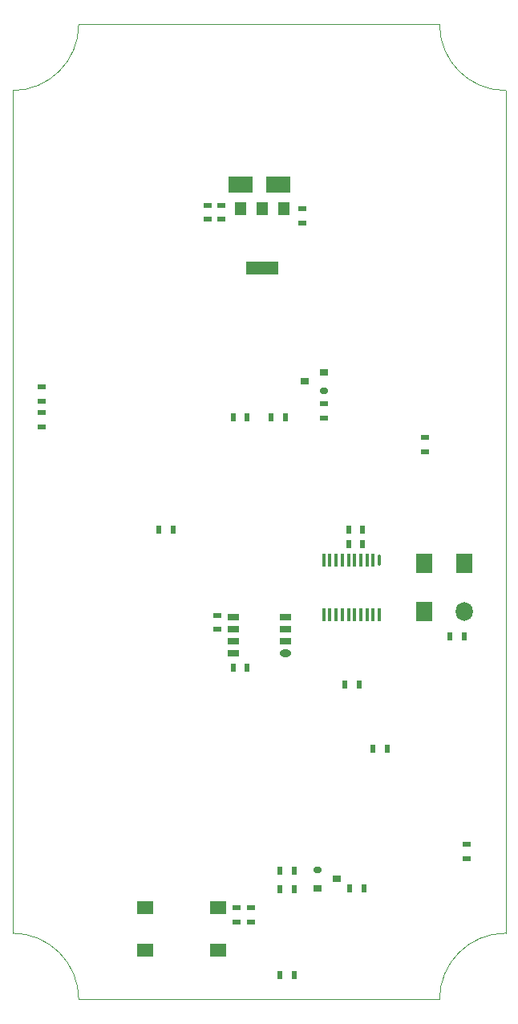
<source format=gtp>
G04*
G04 #@! TF.GenerationSoftware,Altium Limited,Altium Designer,21.6.4 (81)*
G04*
G04 Layer_Color=8421504*
%FSAX44Y44*%
%MOMM*%
G71*
G04*
G04 #@! TF.SameCoordinates,1A77CDA6-7C2D-4FE3-B1CB-ECEED33A992D*
G04*
G04*
G04 #@! TF.FilePolarity,Positive*
G04*
G01*
G75*
%ADD14C,0.0500*%
%ADD15R,0.3500X1.3500*%
%ADD16O,0.3500X1.3500*%
%ADD17O,1.8000X2.0000*%
%ADD18R,1.8000X2.0000*%
%ADD19R,1.8000X1.4000*%
%ADD20R,0.6000X0.9000*%
%ADD21R,0.9000X0.6000*%
%ADD22R,1.2000X1.4000*%
%ADD23R,3.5000X1.4000*%
%ADD24R,1.2000X0.8000*%
%ADD25O,1.2000X0.8000*%
%ADD26O,0.9000X0.7000*%
%ADD27R,0.9000X0.7000*%
%ADD28R,2.5000X1.7000*%
D14*
X00940500Y01264350D02*
G03*
X01010350Y01194500I00069850J00000000D01*
G01*
X00489650D02*
G03*
X00559500Y01264350I00000000J00069850D01*
G01*
X01010350Y00305500D02*
G03*
X00940500Y00235650I00000000J-00069850D01*
G01*
X00559500D02*
G03*
X00489650Y00305500I-00069850J00000000D01*
G01*
X01010350D02*
X01010350Y01194500D01*
X00559500Y01264350D02*
X00940500D01*
X00489650Y00305500D02*
X00489650Y01194500D01*
X00559500Y00235650D02*
X00940500D01*
D15*
X00818250Y00641250D02*
D03*
X00876750D02*
D03*
X00850750D02*
D03*
X00857250D02*
D03*
X00863750D02*
D03*
X00870250D02*
D03*
X00824750D02*
D03*
X00831250D02*
D03*
X00837750D02*
D03*
X00844250D02*
D03*
X00818250Y00698750D02*
D03*
X00844250D02*
D03*
X00837750D02*
D03*
X00831250D02*
D03*
X00824750D02*
D03*
X00870250D02*
D03*
X00863750D02*
D03*
X00857250D02*
D03*
X00850750D02*
D03*
D16*
X00876750D02*
D03*
D17*
X00966500Y00644600D02*
D03*
D18*
Y00695400D02*
D03*
X00924500D02*
D03*
Y00644600D02*
D03*
D19*
X00630000Y00332500D02*
D03*
X00707000D02*
D03*
Y00287500D02*
D03*
X00630000D02*
D03*
D20*
X00722500Y00585500D02*
D03*
X00737500D02*
D03*
X00772250Y00352000D02*
D03*
X00787250D02*
D03*
X00844250Y00731000D02*
D03*
X00859250D02*
D03*
X00844250Y00716000D02*
D03*
X00859250D02*
D03*
X00659000Y00731250D02*
D03*
X00644000D02*
D03*
X00840500Y00567500D02*
D03*
X00855500D02*
D03*
X00772000Y00371750D02*
D03*
X00787000D02*
D03*
X00772000Y00261250D02*
D03*
X00787000D02*
D03*
X00845750Y00352500D02*
D03*
X00860750D02*
D03*
X00762500Y00850000D02*
D03*
X00777500D02*
D03*
X00966500Y00619000D02*
D03*
X00951500D02*
D03*
X00885250Y00499750D02*
D03*
X00870250D02*
D03*
X00737500Y00850000D02*
D03*
X00722500D02*
D03*
D21*
X00924750Y00813250D02*
D03*
Y00828250D02*
D03*
X00706000Y00626000D02*
D03*
Y00641000D02*
D03*
X00710250Y01058500D02*
D03*
Y01073500D02*
D03*
X00695250Y01058500D02*
D03*
Y01073500D02*
D03*
X00795500Y01069500D02*
D03*
Y01054500D02*
D03*
X00726500Y00317500D02*
D03*
Y00332500D02*
D03*
X00818250Y00863750D02*
D03*
Y00848750D02*
D03*
X00520000Y00882000D02*
D03*
Y00867000D02*
D03*
Y00854904D02*
D03*
Y00839904D02*
D03*
X00741500Y00317500D02*
D03*
Y00332500D02*
D03*
X00969500Y00399500D02*
D03*
Y00384500D02*
D03*
D22*
X00753000Y01069500D02*
D03*
X00730000D02*
D03*
X00776000D02*
D03*
D23*
X00753000Y01007500D02*
D03*
D24*
X00722500Y00639050D02*
D03*
Y00626350D02*
D03*
Y00613650D02*
D03*
Y00600950D02*
D03*
X00777500Y00639050D02*
D03*
Y00626350D02*
D03*
Y00613650D02*
D03*
D25*
Y00600950D02*
D03*
D26*
X00812000Y00372000D02*
D03*
X00818250Y00878000D02*
D03*
D27*
X00832000Y00362500D02*
D03*
X00812000Y00353000D02*
D03*
X00798250Y00887500D02*
D03*
X00818250Y00897000D02*
D03*
D28*
X00730000Y01095000D02*
D03*
X00770000D02*
D03*
M02*

</source>
